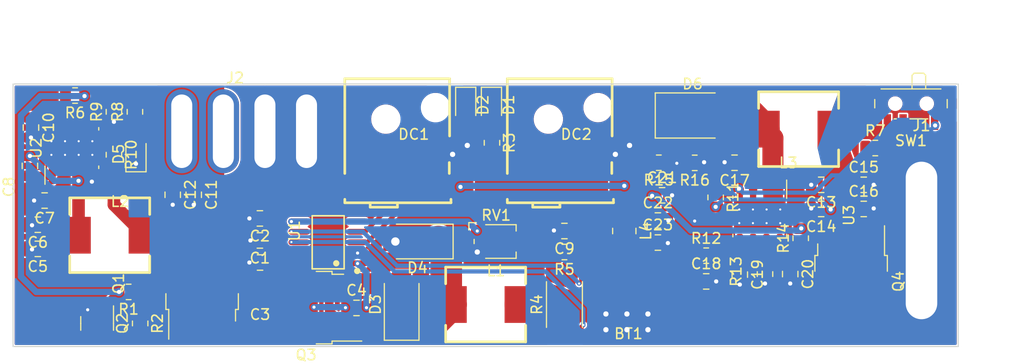
<source format=kicad_pcb>
(kicad_pcb (version 20211014) (generator pcbnew)
  (layers (0 "F.Cu" signal) (31 "B.Cu" signal) (34 "B.Paste" user) (35 "F.Paste" user) (36 "B.SilkS" user "B.Silkscreen") (37 "F.SilkS" user "F.Silkscreen") (38 "B.Mask" user) (39 "F.Mask" user) (44 "Edge.Cuts" user))
  (net 0 "")
  (net 1 "+12V")
  (net 2 "GND")
  (net 3 "+5V")
  (net 4 "/FB")
  (net 5 "Net-(DC1-Pad4)")
  (net 6 "Net-(D1-Pad1)")
  (net 7 "Net-(BT1-Pad1)")
  (net 8 "Net-(C1-Pad1)")
  (net 9 "Net-(C8-Pad1)")
  (net 10 "Net-(C10-Pad1)")
  (net 11 "Net-(C13-Pad1)")
  (net 12 "Net-(C21-Pad1)")
  (net 13 "Net-(C17-Pad1)")
  (net 14 "Net-(D1-Pad2)")
  (net 15 "Net-(D2-Pad1)")
  (net 16 "Net-(D3-Pad1)")
  (net 17 "Net-(D3-Pad2)")
  (net 18 "Net-(D5-Pad2)")
  (net 19 "Net-(D6-Pad2)")
  (net 20 "Net-(L1-Pad2)")
  (net 21 "Net-(Q1-Pad1)")
  (net 22 "/DRV")
  (net 23 "Net-(Q4-Pad1)")
  (net 24 "Net-(R5-Pad2)")
  (net 25 "Net-(R6-Pad2)")
  (net 26 "/EN")
  (net 27 "Net-(R13-Pad2)")
  (net 28 "Net-(R15-Pad1)")
  (net 31 "Net-(C4-Pad2)")
  (net 32 "Net-(C8-Pad2)")
  (net 33 "Net-(C18-Pad1)")
  (net 34 "Net-(C19-Pad1)")
  (net 35 "Net-(C20-Pad1)")
  (net 36 "Net-(R4-Pad2)")
  (net 37 "Net-(R4-Pad3)")
  (footprint "Diode_SMD:D_SMA" (layer "F.Cu") (at 198.5 122 180)
    (fp_text reference "D4")
    (fp_text value "D_Schottky")
  )
  (footprint "Diode_SMD:D_SMB" (layer "F.Cu") (at 224.7 110)
    (fp_text reference "D6")
    (fp_text value "D_Schottky")
  )
  (footprint "Package_TO_SOT_SMD:SOT-23" (layer "F.Cu") (at 168 129.8 -90)
    (fp_text reference "Q2")
    (fp_text value "2N7002")
  )
  (footprint "Resistor_SMD:R_0805_2012Metric" (layer "F.Cu") (at 235 121.6875 90)
    (fp_text reference "R14")
    (fp_text value "100")
  )
  (footprint "1component:Battery" (layer "F.Cu") (at 218.6 125.7 -90)
    (fp_text reference "BT1")
    (fp_text value "Battery")
  )
  (footprint "1component:SOIC-8-1EP_3.9x4.9mm_P1.27mm_EP2.95x4.9mm_Mask2.71x3.4mm_ThermalVias" (layer "F.Cu") (at 165.595 113.1 90)
    (fp_text reference "U2")
    (fp_text value "FP6188XR-G1")
  )
  (footprint "Resistor_SMD:R_0805_2012Metric" (layer "F.Cu") (at 226 123.35)
    (fp_text reference "R12")
    (fp_text value "100k")
  )
  (footprint "Resistor_SMD:R_0805_2012Metric" (layer "F.Cu") (at 169.6 109.65 90)
    (fp_text reference "R9")
    (fp_text value "10K")
  )
  (footprint "Resistor_SMD:R_0805_2012Metric" (layer "F.Cu") (at 171.6 109.65 90)
    (fp_text reference "R8")
    (fp_text value "46.5K")
  )
  (footprint "Capacitor_SMD:C_0805_2012Metric" (layer "F.Cu") (at 234 125.1 -90)
    (fp_text reference "C20")
    (fp_text value "1u")
  )
  (footprint "Resistor_SMD:R_0805_2012Metric" (layer "F.Cu") (at 172.1 129.8 -90)
    (fp_text reference "R2")
    (fp_text value "10K")
  )
  (footprint "1component:VH3.96 4P SMT" (layer "F.Cu") (at 176.06 111.5)
    (fp_text reference "J2")
    (fp_text value "Conn_01x04")
  )
  (footprint "Capacitor_SMD:C_0805_2012Metric" (layer "F.Cu") (at 163 118.1 180)
    (fp_text reference "C7")
    (fp_text value "0.1u")
  )
  (footprint "Capacitor_SMD:C_0805_2012Metric" (layer "F.Cu") (at 241 116.6)
    (fp_text reference "C15")
    (fp_text value "22u")
  )
  (footprint "1component:SOIC-10_L4.9-W3.9-P1.00-LS6.0-BL" (layer "F.Cu") (at 190 122.075 90)
    (fp_text reference "U1")
    (fp_text value "CN3765")
  )
  (footprint "Resistor_SMD:R_0805_2012Metric" (layer "F.Cu") (at 226.9 117.8 -90)
    (fp_text reference "R11")
    (fp_text value "100k")
  )
  (footprint "1component:DC-IN-TH_KH-DC-044D-2.0STM" (layer "F.Cu") (at 196.575 115)
    (fp_text reference "DC1")
    (fp_text value "KH-DC-044D-2.0STM")
  )
  (footprint "Capacitor_SMD:C_0805_2012Metric" (layer "F.Cu") (at 177.2 117.55 -90)
    (fp_text reference "C11")
    (fp_text value "22u")
  )
  (footprint "Capacitor_SMD:C_0805_2012Metric" (layer "F.Cu") (at 161.7 111.15 -90)
    (fp_text reference "C10")
    (fp_text value "0.1u")
  )
  (footprint "LED_SMD:LED_0805_2012Metric" (layer "F.Cu") (at 205.55 109 -90)
    (fp_text reference "D1")
    (fp_text value "LED")
  )
  (footprint "Capacitor_SMD:C_0805_2012Metric" (layer "F.Cu") (at 212.5 121 180)
    (fp_text reference "C9")
    (fp_text value "10u")
  )
  (footprint "Capacitor_SMD:C_0805_2012Metric" (layer "F.Cu") (at 221.4 122.1)
    (fp_text reference "C23")
    (fp_text value "22u")
  )
  (footprint "1component:IND-SMD_L7.5-W6.6" (layer "F.Cu") (at 169.2 121.4)
    (fp_text reference "L2")
    (fp_text value "15u")
  )
  (footprint "Capacitor_SMD:C_0805_2012Metric" (layer "F.Cu") (at 221.4 120)
    (fp_text reference "C22")
    (fp_text value "22u")
  )
  (footprint "Capacitor_SMD:C_0805_2012Metric" (layer "F.Cu") (at 226 125.8)
    (fp_text reference "C18")
    (fp_text value "10p")
  )
  (footprint "LED_SMD:LED_0805_2012Metric" (layer "F.Cu") (at 171.7 113.675 90)
    (fp_text reference "D5")
    (fp_text value "LED")
  )
  (footprint "Resistor_SMD:R_0805_2012Metric" (layer "F.Cu") (at 221.4875 114.5 180)
    (fp_text reference "R15")
    (fp_text value "200k")
  )
  (footprint "Capacitor_SMD:C_0805_2012Metric" (layer "F.Cu") (at 162.35 120.4 180)
    (fp_text reference "C6")
    (fp_text value "10u")
  )
  (footprint "Capacitor_SMD:C_0805_2012Metric" (layer "F.Cu") (at 162.35 122.7 180)
    (fp_text reference "C5")
    (fp_text value "10u")
  )
  (footprint "Capacitor_SMD:C_0805_2012Metric" (layer "F.Cu") (at 175.2 117.55 -90)
    (fp_text reference "C12")
    (fp_text value "22u")
  )
  (footprint "1component:Potentiometer_Bourns_TC33X_Vertical" (layer "F.Cu") (at 206 122)
    (fp_text reference "RV1")
    (fp_text value "50K")
  )
  (footprint "Button_Switch_SMD:SW_SPDT_PCM12" (layer "F.Cu") (at 245.5 109.2 180)
    (fp_text reference "SW1")
    (fp_text value "SW_SPDT")
  )
  (footprint "Capacitor_SMD:C_0805_2012Metric" (layer "F.Cu") (at 241 118.9)
    (fp_text reference "C16")
    (fp_text value "22u")
  )
  (footprint "Capacitor_SMD:C_0805_2012Metric" (layer "F.Cu") (at 183.515 124 180)
    (fp_text reference "C3")
    (fp_text value "1u")
  )
  (footprint "Capacitor_SMD:C_0805_2012Metric" (layer "F.Cu") (at 236.95 118.9 180)
    (fp_text reference "C14")
    (fp_text value "22u")
  )
  (footprint "Resistor_SMD:R_0805_2012Metric" (layer "F.Cu") (at 205.6 112.6 -90)
    (fp_text reference "R3")
    (fp_text value "1K")
  )
  (footprint "Resistor_SMD:R_0805_2012Metric" (layer "F.Cu") (at 231.6 125.1 90)
    (fp_text reference "R13")
    (fp_text value "51k")
  )
  (footprint "Capacitor_SMD:C_0805_2012Metric" (layer "F.Cu") (at 236.95 116.6 180)
    (fp_text reference "C13")
    (fp_text value "22u")
  )
  (footprint "Package_TO_SOT_SMD:TO-252-2" (layer "F.Cu") (at 187.9 128.3 180)
    (fp_text reference "Q3")
    (fp_text value "AOD417")
  )
  (footprint "Diode_SMD:D_SMA" (layer "F.Cu") (at 197 128 90)
    (fp_text reference "D3")
    (fp_text value "D_Schottky")
  )
  (footprint "Capacitor_SMD:C_0805_2012Metric" (layer "F.Cu") (at 221.8 117.6)
    (fp_text reference "C21")
    (fp_text value "22u")
  )
  (footprint "1component:R_2512_6332Metric" (layer "F.Cu") (at 212.5 128 90)
    (fp_text reference "R4")
    (fp_text value "R_Shunt")
  )
  (footprint "Package_TO_SOT_SMD:TO-252-2" (layer "F.Cu") (at 239.8 125.8 -90)
    (fp_text reference "Q4")
    (fp_text value "HSU60P02")
  )
  (footprint "Capacitor_SMD:C_0805_2012Metric" (layer "F.Cu") (at 183.5 121.9 180)
    (fp_text reference "C1")
    (fp_text value "10u")
  )
  (footprint "1component:GndConnect" (layer "F.Cu") (at 246.5 121.9)
    (fp_text reference "J1")
    (fp_text value "Conn_01x01")
  )
  (footprint "Capacitor_SMD:C_0805_2012Metric" (layer "F.Cu") (at 228.7 114.5 180)
    (fp_text reference "C17")
    (fp_text value "1u")
  )
  (footprint "1component:IND-SMD_L7.5-W6.6" (layer "F.Cu") (at 234.8 111.3 180)
    (fp_text reference "L3")
    (fp_text value "2.2u")
  )
  (footprint "Resistor_SMD:R_0805_2012Metric" (layer "F.Cu") (at 224.9075 114.51 180)
    (fp_text reference "R16")
    (fp_text value "22K")
  )
  (footprint "Resistor_SMD:R_0805_2012Metric" (layer "F.Cu") (at 242.1 113.1)
    (fp_text reference "R7")
    (fp_text value "10K")
  )
  (footprint "Resistor_SMD:R_0805_2012Metric" (layer "F.Cu") (at 212.5 123 180)
    (fp_text reference "R5")
    (fp_text value "100K")
  )
  (footprint "Capacitor_SMD:C_0805_2012Metric" (layer "F.Cu") (at 229.2 125.15 -90)
    (fp_text reference "C19")
    (fp_text value "10p")
  )
  (footprint "LED_SMD:LED_0805_2012Metric" (layer "F.Cu") (at 203.1 109 -90)
    (fp_text reference "D2")
    (fp_text value "LED")
  )
  (footprint "1component:IND-SMD_L7.5-W6.6" (layer "F.Cu") (at 205 128)
    (fp_text reference "L1")
    (fp_text value "15u")
  )
  (footprint "Resistor_SMD:R_0805_2012Metric" (layer "F.Cu") (at 165.9 108.1 180)
    (fp_text reference "R6")
    (fp_text value "100k")
  )
  (footprint "Capacitor_SMD:C_0805_2012Metric" (layer "F.Cu") (at 183.5 119.8 180)
    (fp_text reference "C2")
    (fp_text value "10u")
  )
  (footprint "Package_TO_SOT_SMD:TO-252-2" (layer "F.Cu") (at 178 126 90)
    (fp_text reference "Q1")
    (fp_text value "AOD417")
  )
  (footprint "Capacitor_SMD:C_0805_2012Metric" (layer "F.Cu") (at 192.7 128.325)
    (fp_text reference "C4")
    (fp_text value "0.1u")
  )
  (footprint "Resistor_SMD:R_0805_2012Metric" (layer "F.Cu") (at 171 126.8 180)
    (fp_text reference "R1")
    (fp_text value "10K")
  )
  (footprint "1component:DC-IN-TH_KH-DC-044D-2.0STM" (layer "F.Cu") (at 212.05 115)
    (fp_text reference "DC2")
    (fp_text value "KH-DC-044D-2.0STM")
  )
  (footprint "Resistor_SMD:R_0805_2012Metric" (layer "F.Cu") (at 169.6 113.7375 -90)
    (fp_text reference "R10")
    (fp_text value "1K")
  )
  (footprint "1component:SOIC-8-1EP_3.9x4.9mm_P1.27mm_EP2.95x4.9mm_Mask2.71x3.4mm_ThermalVias" (layer "F.Cu") (at 231.1 119.6 -90)
    (fp_text reference "U3")
    (fp_text value "FP6296XR-G1")
  )
  (footprint "Capacitor_SMD:C_0805_2012Metric" (layer "F.Cu") (at 161.6 114.8 90)
    (fp_text reference "C8")
    (fp_text value "10n")
  )
  (footprint "Inductor_SMD:L_1008_2520Metric" (layer "F.Cu") (at 218.2 121 -90)
    (fp_text reference "L4")
    (fp_text value "1u")
  )
  (gr_line (start 250 107) (end 160 107) (layer "Edge.Cuts") (width 0.1))
  (gr_line (start 160 132) (end 250 132) (layer "Edge.Cuts") (width 0.1))
  (gr_line (start 250 132) (end 250 107) (layer "Edge.Cuts") (width 0.1))
  (gr_line (start 160 107) (end 160 132) (layer "Edge.Cuts") (width 0.1))
  (via (at 218.45 128.9) (size 1) (drill 0.5) (layers "F.Cu" "B.Cu") (net 2))
  (via (at 229.2 126.1) (size 0.8) (drill 0.4) (layers "F.Cu" "B.Cu") (net 2))
  (via (at 175.2 118.5) (size 0.8) (drill 0.4) (layers "F.Cu" "B.Cu") (net 2))
  (via (at 182.5 124) (size 0.8) (drill 0.4) (layers "F.Cu" "B.Cu") (net 2))
  (via (at 226.95 125.8) (size 0.8) (drill 0.4) (layers "F.Cu" "B.Cu") (net 2))
  (via (at 220.45 130.4) (size 1) (drill 0.5) (layers "F.Cu" "B.Cu") (net 2))
  (via (at 236 118.85) (size 0.8) (drill 0.4) (layers "F.Cu" "B.Cu") (net 2))
  (via (at 162 118.1) (size 0.8) (drill 0.4) (layers "F.Cu" "B.Cu") (net 2))
  (via (at 171.7 114.6) (size 0.8) (drill 0.4) (layers "F.Cu" "B.Cu") (net 2))
  (via (at 218.45 130.4) (size 1) (drill 0.5) (layers "F.Cu" "B.Cu") (net 2))
  (via (at 222.75 117.6) (size 0.8) (drill 0.4) (layers "F.Cu" "B.Cu") (net 2))
  (via (at 182.6 121.9) (size 0.8) (drill 0.4) (layers "F.Cu" "B.Cu") (net 2))
  (via (at 222.4 120) (size 0.8) (drill 0.4) (layers "F.Cu" "B.Cu") (net 2))
  (via (at 241.95 118.85) (size 0.8) (drill 0.4) (layers "F.Cu" "B.Cu") (net 2))
  (via (at 231.6 126) (size 0.8) (drill 0.4) (layers "F.Cu" "B.Cu") (net 2))
  (via (at 161.8 120.45) (size 0.8) (drill 0.4) (layers "F.Cu" "B.Cu") (net 2))
  (via (at 196.4 122) (size 1.6) (drill 0.8) (layers "F.Cu" "B.Cu") (net 2))
  (via (at 211.5 120.95) (size 0.8) (drill 0.4) (layers "F.Cu" "B.Cu") (net 2))
  (via (at 161.7 112.1) (size 0.8) (drill 0.4) (layers "F.Cu" "B.Cu") (net 2))
  (via (at 225.8 114.45) (size 0.8) (drill 0.4) (layers "F.Cu" "B.Cu") (net 2))
  (via (at 192.8 123.1) (size 0.6) (drill 0.3) (layers "F.Cu" "B.Cu") (net 2))
  (via (at 167.5 116.3) (size 0.8) (drill 0.4) (layers "F.Cu" "B.Cu") (net 2))
  (via (at 217.35 113.7) (size 1) (drill 0.5) (layers "F.Cu" "B.Cu") (net 2))
  (via (at 169.6 110.6) (size 0.8) (drill 0.4) (layers "F.Cu" "B.Cu") (net 2))
  (via (at 222.35 122.15) (size 0.8) (drill 0.4) (layers "F.Cu" "B.Cu") (net 2))
  (via (at 227.75 114.45) (size 0.8) (drill 0.4) (layers "F.Cu" "B.Cu") (net 2))
  (via (at 182.5 119.8) (size 0.8) (drill 0.4) (layers "F.Cu" "B.Cu") (net 2))
  (via (at 177.2 118.5) (size 0.8) (drill 0.4) (layers "F.Cu" "B.Cu") (net 2))
  (via (at 216.45 130.4) (size 1) (drill 0.5) (layers "F.Cu" "B.Cu") (net 2))
  (via (at 201.85 113.7) (size 1) (drill 0.5) (layers "F.Cu" "B.Cu") (net 2))
  (via (at 204.2 123) (size 1) (drill 0.5) (layers "F.Cu" "B.Cu") (net 2))
  (via (at 167.1 128.5) (size 0.6) (drill 0.3) (layers "F.Cu" "B.Cu") (net 2))
  (via (at 234 126) (size 0.8) (drill 0.4) (layers "F.Cu" "B.Cu") (net 2))
  (via (at 218.7 112.85) (size 1) (drill 0.5) (layers "F.Cu" "B.Cu") (net 2))
  (via (at 216.45 128.9) (size 1) (drill 0.5) (layers "F.Cu" "B.Cu") (net 2))
  (via (at 161.8 122.75) (size 0.8) (drill 0.4) (layers "F.Cu" "B.Cu") (net 2))
  (via (at 203.25 112.85) (size 1) (drill 0.5) (layers "F.Cu" "B.Cu") (net 2))
  (via (at 241.95 116.6) (size 0.8) (drill 0.4) (layers "F.Cu" "B.Cu") (net 2))
  (via (at 236 116.6) (size 0.8) (drill 0.4) (layers "F.Cu" "B.Cu") (net 2))
  (via (at 220.45 128.9) (size 1) (drill 0.5) (layers "F.Cu" "B.Cu") (net 2))
  (segment (start 169.6 118.498) (end 172.502 121.4) (width 1.2) (layer "F.Cu") (net 3))
  (segment (start 169.6 114.65) (end 169.6 118.498) (width 1.2) (layer "F.Cu") (net 3))
  (segment (start 171.6 110.5625) (end 175.1225 110.5625) (width 0.8) (layer "F.Cu") (net 3))
  (segment (start 175.1225 110.5625) (end 176.06 111.5) (width 0.8) (layer "F.Cu") (net 3))
  (segment (start 171.6 108.7375) (end 169.6 108.7375) (width 0.8) (layer "F.Cu") (net 4))
  (segment (start 167.5 110.5375) (end 169.3 108.7375) (width 0.8) (layer "F.Cu") (net 4))
  (segment (start 169.3 108.7375) (end 169.6 108.7375) (width 0.8) (layer "F.Cu") (net 4))
  (segment (start 168.95 128.8625) (end 168.95 127.9375) (width 0.8) (layer "F.Cu") (net 5))
  (segment (start 168.95 127.9375) (end 170.0875 126.8) (width 0.8) (layer "F.Cu") (net 5))
  (via (at 166.8 108.15) (size 0.8) (drill 0.4) (layers "F.Cu" "B.Cu") (net 5))
  (via (at 202.6 116.8) (size 0.8) (drill 0.4) (layers "F.Cu" "B.Cu") (net 5))
  (via (at 170.0875 126.8) (size 0.8) (drill 0.4) (layers "F.Cu" "B.Cu") (net 5))
  (via (at 218.2 116.7) (size 0.8) (drill 0.4) (layers "F.Cu" "B.Cu") (net 5))
  (segment (start 202.7 116.7) (end 218.2 116.7) (width 0.6) (layer "B.Cu") (net 5))
  (segment (start 202.6 116.8) (end 202.7 116.7) (width 0.6) (layer "B.Cu") (net 5))
  (segment (start 162.6 108.15) (end 160.750489 109.999511) (width 0.6) (layer "B.Cu") (net 5))
  (segment (start 166.8 108.15) (end 162.6 108.15) (width 0.6) (layer "B.Cu") (net 5))
  (segment (start 162.2 126.8) (end 170.0875 126.8) (width 0.6) (layer "B.Cu") (net 5))
  (segment (start 160.750489 125.350489) (end 162.2 126.8) (width 0.6) (layer "B.Cu") (net 5))
  (segment (start 160.750489 109.999511) (end 160.750489 125.350489) (width 0.6) (layer "B.Cu") (net 5))
  (segment (start 204.71298 108.89952) (end 202.30048 108.89952) (width 0.4) (layer "F.Cu") (net 6))
  (segment (start 201.824521 109.375479) (end 201.824521 111.025479) (width 0.4) (layer "F.Cu") (net 6))
  (segment (start 202.30048 108.89952) (end 201.824521 109.375479) (width 0.4) (layer "F.Cu") (net 6))
  (segment (start 201.824521 111.025479) (end 198.05 114.8) (width 0.4) (layer "F.Cu") (net 6))
  (segment (start 205.55 108.0625) (end 204.71298 108.89952) (width 0.4) (layer "F.Cu") (net 6))
  (segment (start 198.05 117.74548) (end 193.72048 122.075) (width 0.4) (layer "F.Cu") (net 6))
  (segment (start 198.05 114.8) (end 198.05 117.74548) (width 0.4) (layer "F.Cu") (net 6))
  (segment (start 193.72048 122.075) (end 192.766 122.075) (width 0.4) (layer "F.Cu") (net 6))
  (segment (start 239.45048 128.24952) (end 239.8 127.9) (width 3) (layer "F.Cu") (net 7))
  (segment (start 224.088194 128.24952) (end 239.45048 128.24952) (width 3) (layer "F.Cu") (net 7))
  (segment (start 213.45 122.9625) (end 213.4125 123) (width 0.8) (layer "F.Cu") (net 7))
  (segment (start 218.6 125.7) (end 221.538674 125.7) (width 3) (layer "F.Cu") (net 7))
  (segment (start 221.538674 125.7) (end 224.088194 128.24952) (width 3) (layer "F.Cu") (net 7))
  (segment (start 187.234 123.075) (end 185.39 123.075) (width 0.8) (layer "F.Cu") (net 8))
  (segment (start 185.39 123.075) (end 184.465 124) (width 0.8) (layer "F.Cu") (net 8))
  (via (at 191.65 128.3) (size 0.6) (drill 0.3) (layers "F.Cu" "B.Cu") (net 8))
  (via (at 188.65 128.25) (size 0.6) (drill 0.3) (layers "F.Cu" "B.Cu") (net 8))
  (segment (start 191.6 128.25) (end 191.65 128.3) (width 0.6) (layer "B.Cu") (net 8))
  (segment (start 188.65 128.25) (end 191.6 128.25) (width 0.6) (layer "B.Cu") (net 8))
  (segment (start 161.6 115.75) (end 163.6025 115.75) (width 0.8) (layer "F.Cu") (net 9))
  (segment (start 163.6025 115.75) (end 163.69 115.6625) (width 0.8) (layer "F.Cu") (net 9))
  (segment (start 161.7 110.2) (end 163.3525 110.2) (width 0.8) (layer "F.Cu") (net 10))
  (segment (start 163.3525 110.2) (end 163.69 110.5375) (width 0.8) (layer "F.Cu") (net 10))
  (via (at 226.9 118.7) (size 0.8) (drill 0.4) (layers "F.Cu" "B.Cu") (net 11))
  (via (at 237.85 118.95) (size 0.8) (drill 0.4) (layers "F.Cu" "B.Cu") (net 11))
  (segment (start 237.85 118.95) (end 236.900489 118.000489) (width 0.4) (layer "B.Cu") (net 11))
  (segment (start 236.900489 118.000489) (end 227.599511 118.000489) (width 0.4) (layer "B.Cu") (net 11))
  (segment (start 227.599511 118.000489) (end 226.9 118.7) (width 0.4) (layer "B.Cu") (net 11))
  (via (at 235.05 120.75) (size 0.8) (drill 0.4) (layers "F.Cu" "B.Cu") (net 12))
  (via (at 220.85 117.65) (size 0.8) (drill 0.4) (layers "F.Cu" "B.Cu") (net 12))
  (segment (start 220.85 117.65) (end 221.251391 117.65) (width 0.6) (layer "B.Cu") (net 12))
  (segment (start 221.251391 117.65) (end 224.550902 120.949511) (width 0.6) (layer "B.Cu") (net 12))
  (segment (start 234.850489 120.949511) (end 235.05 120.75) (width 0.6) (layer "B.Cu") (net 12))
  (segment (start 224.550902 120.949511) (end 234.850489 120.949511) (width 0.6) (layer "B.Cu") (net 12))
  (segment (start 229.65 114.5) (end 230.465 115.315) (width 0.8) (layer "F.Cu") (net 13))
  (segment (start 230.465 115.315) (end 230.465 117.0375) (width 0.8) (layer "F.Cu") (net 13))
  (segment (start 205.55 111.6375) (end 205.6 111.6875) (width 0.8) (layer "F.Cu") (net 14))
  (segment (start 203.85 109.9375) (end 205.6 111.6875) (width 0.8) (layer "F.Cu") (net 14))
  (segment (start 203.1 109.9375) (end 205.55 109.9375) (width 0.8) (layer "F.Cu") (net 14))
  (segment (start 203.1 109.9375) (end 203.85 109.9375) (width 0.8) (layer "F.Cu") (net 14))
  (segment (start 205.55 109.9375) (end 205.55 111.6375) (width 0.8) (layer "F.Cu") (net 14))
  (segment (start 197.25 109.95) (end 197.25 117.3265) (width 0.4) (layer "F.Cu") (net 15))
  (segment (start 199.549521 107.650479) (end 197.25 109.95) (width 0.4) (layer "F.Cu") (net 15))
  (segment (start 193.5015 121.075) (end 192.766 121.075) (width 0.4) (layer "F.Cu") (net 15))
  (segment (start 203.1 108.0625) (end 202.687979 107.650479) (width 0.4) (layer "F.Cu") (net 15))
  (segment (start 202.687979 107.650479) (end 199.549521 107.650479) (width 0.4) (layer "F.Cu") (net 15))
  (segment (start 197.25 117.3265) (end 193.5015 121.075) (width 0.4) (layer "F.Cu") (net 15))
  (segment (start 197 130) (end 199.698 130) (width 3) (layer "F.Cu") (net 16))
  (segment (start 201.25 122.75) (end 201.25 127.552) (width 3) (layer "F.Cu") (net 16))
  (segment (start 200.5 122) (end 201.25 122.75) (width 3) (layer "F.Cu") (net 16))
  (segment (start 199.698 130) (end 201.698 128) (width 3) (layer "F.Cu") (net 16))
  (segment (start 201.25 127.552) (end 201.698 128) (width 3) (layer "F.Cu") (net 16))
  (segment (start 192.1 126.02) (end 196.98 126.02) (width 2) (layer "F.Cu") (net 17))
  (segment (start 196.98 126.02) (end 197 126) (width 2) (layer "F.Cu") (net 17))
  (segment (start 169.6 112.825) (end 171.6125 112.825) (width 0.8) (layer "F.Cu") (net 18))
  (segment (start 171.6125 112.825) (end 171.7 112.7375) (width 0.8) (layer "F.Cu") (net 18))
  (segment (start 230.198 110) (end 231.498 111.3) (width 3) (layer "F.Cu") (net 19))
  (segment (start 226.85 110) (end 230.198 110) (width 3) (layer "F.Cu") (net 19))
  (segment (start 231.797011 116.975489) (end 231.735 117.0375) (width 0.3) (layer "F.Cu") (net 19))
  (segment (start 232.942989 116.975489) (end 233.005 117.0375) (width 0.3) (layer "F.Cu") (net 19))
  (segment (start 231.498 111.3) (end 232.35 112.152) (width 2) (layer "F.Cu") (net 19))
  (segment (start 232.35 116.975489) (end 232.942989 116.975489) (width 0.3) (layer "F.Cu") (net 19))
  (segment (start 232.35 112.152) (end 232.35 116.975489) (width 2) (layer "F.Cu") (net 19))
  (segment (start 232.35 116.975489) (end 231.797011 116.975489) (width 0.3) (layer "F.Cu") (net 19))
  (segment (start 212.25 130.25) (end 212.2975 130.2975) (width 0.8) (layer "F.Cu") (net 20))
  (segment (start 210 128) (end 208.302 128) (width 3) (layer "F.Cu") (net 20))
  (segment (start 212.25 130.25) (end 210 128) (width 3) (layer "F.Cu") (net 20))
  (segment (start 212.2975 130.2975) (end 212.2975 130.9625) (width 0.8) (layer "F.Cu") (net 20))
  (segment (start 175.2075 130.7125) (end 175.72 130.2) (width 1.2) (layer "F.Cu") (net 21))
  (segment (start 172.1 130.7125) (end 175.2075 130.7125) (width 1.2) (layer "F.Cu") (net 21))
  (segment (start 168 130.7375) (end 172.075 130.7375) (width 1.2) (layer "F.Cu") (net 21))
  (segment (start 172.075 130.7375) (end 172.1 130.7125) (width 1.2) (layer "F.Cu") (net 21))
  (segment (start 190.1 125.1255) (end 190.1 128.58) (width 0.8) (layer "F.Cu") (net 22))
  (segment (start 190.1 128.58) (end 192.1 130.58) (width 0.8) (layer "F.Cu") (net 22))
  (segment (start 189.0495 124.075) (end 190.1 125.1255) (width 0.8) (layer "F.Cu") (net 22))
  (segment (start 187.234 124.075) (end 189.0495 124.075) (width 0.8) (layer "F.Cu") (net 22))
  (segment (start 242.08 121.6) (end 243.15 120.53) (width 0.6) (layer "F.Cu") (net 23))
  (segment (start 243.25 110.63) (end 243.25 112.8625) (width 0.6) (layer "F.Cu") (net 23))
  (segment (start 243.15 113.2375) (end 243.0125 113.1) (width 0.6) (layer "F.Cu") (net 23))
  (segment (start 243.25 112.8625) (end 243.0125 113.1) (width 0.6) (layer "F.Cu") (net 23))
  (segment (start 243.15 120.53) (end 243.15 113.2375) (width 0.6) (layer "F.Cu") (net 23))
  (segment (start 208.6 122) (end 209.6 123) (width 0.8) (layer "F.Cu") (net 24))
  (segment (start 204.2 121) (end 206.45 121) (width 0.8) (layer "F.Cu") (net 24))
  (segment (start 209.6 123) (end 211.5875 123) (width 0.8) (layer "F.Cu") (net 24))
  (segment (start 206.45 121) (end 207.45 122) (width 0.8) (layer "F.Cu") (net 24))
  (segment (start 207.45 122) (end 208.6 122) (width 0.8) (layer "F.Cu") (net 24))
  (via (at 186.5 120.1) (size 0.6) (drill 0.3) (layers "F.Cu" "B.Cu") (net 24))
  (via (at 204.2 121) (size 0.6) (drill 0.3) (layers "F.Cu" "B.Cu") (net 24))
  (segment (start 203.3 120.1) (end 186.5 120.1) (width 0.6) (layer "B.Cu") (net 24))
  (segment (start 204.2 121) (end 203.3 120.1) (width 0.6) (layer "B.Cu") (net 24))
  (segment (start 164.9875 108.1) (end 164.9875 110.51) (width 0.8) (layer "F.Cu") (net 25))
  (segment (start 164.9875 110.51) (end 164.96 110.5375) (width 0.8) (layer "F.Cu") (net 25))
  (segment (start 229.12875 116.97125) (end 229.195 117.0375) (width 0.8) (layer "F.Cu") (net 26))
  (segment (start 229.045 116.8875) (end 229.12875 116.97125) (width 0.8) (layer "F.Cu") (net 26))
  (segment (start 226.9 116.8875) (end 229.045 116.8875) (width 0.8) (layer "F.Cu") (net 26))
  (via (at 247.8 110.95) (size 0.8) (drill 0.4) (layers "F.Cu" "B.Cu") (net 26))
  (via (at 229.12875 116.97125) (size 0.8) (drill 0.4) (layers "F.Cu" "B.Cu") (net 26))
  (segment (start 245.319691 112.55048) (end 242.170171 115.7) (width 0.4) (layer "B.Cu") (net 26))
  (segment (start 247.8 110.95) (end 246.19952 112.55048) (width 0.4) (layer "B.Cu") (net 26))
  (segment (start 242.170171 115.7) (end 237.95997 115.7) (width 0.4) (layer "B.Cu") (net 26))
  (segment (start 229.507011 117.349511) (end 229.12875 116.97125) (width 0.4) (layer "B.Cu") (net 26))
  (segment (start 237.95997 115.7) (end 236.310459 117.349511) (width 0.4) (layer "B.Cu") (net 26))
  (segment (start 236.310459 117.349511) (end 229.507011 117.349511) (width 0.4) (layer "B.Cu") (net 26))
  (segment (start 246.19952 112.55048) (end 245.319691 112.55048) (width 0.4) (layer "B.Cu") (net 26))
  (segment (start 231.735 124.0525) (end 231.6 124.1875) (width 0.8) (layer "F.Cu") (net 27))
  (segment (start 231.735 122.1625) (end 231.735 124.0525) (width 0.8) (layer "F.Cu") (net 27))
  (segment (start 223.985 114.5) (end 223.995 114.51) (width 0.8) (layer "F.Cu") (net 28))
  (segment (start 229.195 122.1625) (end 227.0125 122.1625) (width 0.6) (layer "F.Cu") (net 28))
  (segment (start 222.4 114.5) (end 223.985 114.5) (width 0.8) (layer "F.Cu") (net 28))
  (segment (start 227.0125 122.1625) (end 224.9 120.05) (width 0.6) (layer "F.Cu") (net 28))
  (via (at 224.9 120.05) (size 0.6) (drill 0.3) (layers "F.Cu" "B.Cu") (net 28))
  (via (at 223.2 114.55) (size 0.6) (drill 0.3) (layers "F.Cu" "B.Cu") (net 28))
  (segment (start 223.2 115.05) (end 223.2 114.55) (width 0.6) (layer "B.Cu") (net 28))
  (segment (start 224.9 116.75) (end 223.95 115.8) (width 0.6) (layer "B.Cu") (net 28))
  (segment (start 223.95 115.8) (end 223.2 115.05) (width 0.6) (layer "B.Cu") (net 28))
  (segment (start 224.9 120.05) (end 224.9 116.75) (width 0.6) (layer "B.Cu") (net 28))
  (via (at 193.65 128.3) (size 0.6) (drill 0.3) (layers "F.Cu" "B.Cu") (net 31))
  (via (at 192.8 124.1) (size 0.6) (drill 0.3) (layers "F.Cu" "B.Cu") (net 31))
  (segment (start 193.65 128.3) (end 193.65 124.95) (width 0.6) (layer "B.Cu") (net 31))
  (segment (start 193.65 124.95) (end 192.8 124.1) (width 0.6) (layer "B.Cu") (net 31))
  (segment (start 166.23 121.068) (end 165.898 121.4) (width 1.2) (layer "F.Cu") (net 32))
  (segment (start 166.23 115.6625) (end 166.23 116.22) (width 1.2) (layer "F.Cu") (net 32))
  (segment (start 166.23 116.22) (end 166.23 121.068) (width 1.2) (layer "F.Cu") (net 32))
  (via (at 166.23 116.22) (size 0.8) (drill 0.4) (layers "F.Cu" "B.Cu") (net 32))
  (via (at 161.6 113.85) (size 0.8) (drill 0.4) (layers "F.Cu" "B.Cu") (net 32))
  (segment (start 163.97 116.22) (end 166.23 116.22) (width 0.6) (layer "B.Cu") (net 32))
  (segment (start 161.6 113.85) (end 163.97 116.22) (width 0.6) (layer "B.Cu") (net 32))
  (segment (start 225.0875 125.7625) (end 225.05 125.8) (width 0.8) (layer "F.Cu") (net 33))
  (segment (start 225.0875 123.35) (end 225.0875 125.7625) (width 0.8) (layer "F.Cu") (net 33))
  (segment (start 226.9125 123.35) (end 226.9125 123.6625) (width 0.8) (layer "F.Cu") (net 34))
  (segment (start 226.9125 123.6625) (end 227.45 124.2) (width 0.8) (layer "F.Cu") (net 34))
  (segment (start 227.45 124.2) (end 229.2 124.2) (width 0.8) (layer "F.Cu") (net 34))
  (segment (start 230.465 122.935) (end 229.2 124.2) (width 0.8) (layer "F.Cu") (net 34))
  (segment (start 230.465 122.1625) (end 230.465 122.935) (width 0.8) (layer "F.Cu") (net 34))
  (segment (start 235 122.6) (end 234.5 123.1) (width 0.8) (layer "F.Cu") (net 35))
  (segment (start 233.005 123.155) (end 234 124.15) (width 0.8) (layer "F.Cu") (net 35))
  (segment (start 234.5 123.1) (end 233.6 123.1) (width 0.8) (layer "F.Cu") (net 35))
  (segment (start 234 123.5) (end 233.6 123.1) (width 0.8) (layer "F.Cu") (net 35))
  (segment (start 234 124.15) (end 234 123.5) (width 0.8) (layer "F.Cu") (net 35))
  (segment (start 233.005 122.1625) (end 233.005 123.155) (width 0.8) (layer "F.Cu") (net 35))
  (segment (start 233.4425 122.6) (end 233.005 122.1625) (width 0.8) (layer "F.Cu") (net 35))
  (segment (start 235 122.6) (end 233.4425 122.6) (width 0.8) (layer "F.Cu") (net 35))
  (segment (start 214.11952 130.13048) (end 214.11952 130.9625) (width 0.4) (layer "F.Cu") (net 36))
  (segment (start 214.3 129.95) (end 214.11952 130.13048) (width 0.4) (layer "F.Cu") (net 36))
  (via (at 186.5 122.05) (size 0.4) (drill 0.2) (layers "F.Cu" "B.Cu") (net 36))
  (via (at 214.3 129.95) (size 0.4) (drill 0.2) (layers "F.Cu" "B.Cu") (net 36))
  (segment (start 214.3 128.45) (end 210.699519 124.849519) (width 0.4) (layer "B.Cu") (net 36))
  (segment (start 214.3 129.95) (end 214.3 128.45) (width 0.4) (layer "B.Cu") (net 36))
  (segment (start 210.699519 124.849519) (end 196.322381 124.849519) (width 0.4) (layer "B.Cu") (net 36))
  (segment (start 193.522862 122.05) (end 186.5 122.05) (width 0.4) (layer "B.Cu") (net 36))
  (segment (start 196.322381 124.849519) (end 193.522862 122.05) (width 0.4) (layer "B.Cu") (net 36))
  (segment (start 214.11952 125.78048) (end 214.11952 125.047) (width 0.4) (layer "F.Cu") (net 37))
  (segment (start 213.9 126) (end 214.11952 125.78048) (width 0.4) (layer "F.Cu") (net 37))
  (via (at 186.5 121.05) (size 0.4) (drill 0.2) (layers "F.Cu" "B.Cu") (net 37))
  (via (at 213.9 126) (size 0.4) (drill 0.2) (layers "F.Cu" "B.Cu") (net 37))
  (segment (start 193.3 121.05) (end 186.5 121.05) (width 0.4) (layer "B.Cu") (net 37))
  (segment (start 213.9 126) (end 212.2 124.3) (width 0.4) (layer "B.Cu") (net 37))
  (segment (start 212.2 124.3) (end 196.55 124.3) (width 0.4) (layer "B.Cu") (net 37))
  (segment (start 196.55 124.3) (end 193.3 121.05) (width 0.4) (layer "B.Cu") (net 37))
  (zone (net 12) (net_name "Net-(C21-Pad1)") (layer "F.Cu") (priority 1) (connect_pads yes (clearance 0.15)) (min_thickness 0.2) (fill yes (thermal_gap 0.508) (thermal_bridge_width 0.508))
    (polygon (pts (xy 223.9 111.2) (xy 221.4 113.55) (xy 221.4 115.35) (xy 221.75 116.65) (xy 221.75 118.35) (xy 221.35 119.05) (xy 221.35 120.7) (xy 216.85 120.7) (xy 216.85 119.1) (xy 219.95 117.8) (xy 219.95 113.55) (xy 221.2 111.3) (xy 221.2 108.75) (xy 223.9 108.75)))
  )
  (zone (net 11) (net_name "Net-(C13-Pad1)") (layer "F.Cu") (priority 1) (connect_pads yes (clearance 0.15)) (min_thickness 0.2) (fill yes (thermal_gap 0.508) (thermal_bridge_width 0.508))
    (polygon (pts (xy 239.6 113.05) (xy 240.65 115.9) (xy 240.65 119.65) (xy 238.15 122.7) (xy 236.9 122.7) (xy 236.9 120.5) (xy 237.25 119.5) (xy 237.25 115.65) (xy 236.6 113.05) (xy 236.6 109.55) (xy 239.6 109.55)))
  )
  (zone (net 0) (net_name "") (layers F&B.Cu) (connect_pads yes (clearance 0)) (min_thickness 0.254)
    (keepout (tracks allowed) (vias allowed) (pads allowed) (copperpour not_allowed) (footprints allowed))
    (fill (thermal_gap 0.508) (thermal_bridge_width 0.508))
    (polygon (pts (xy 208.8 131.5) (xy 201.2 131.5) (xy 201.2 124.5) (xy 208.8 124.5)))
  )
  (zone (net 7) (net_name "Net-(BT1-Pad1)") (layer "F.Cu") (priority 1) (connect_pads yes (clearance 0.15)) (min_thickness 0.2) (fill yes (thermal_gap 0.508) (thermal_bridge_width 0.508))
    (polygon (pts (xy 215.95 124.05) (xy 221.4 124.05) (xy 221.4 127.5) (xy 216 127.5) (xy 210.75 125.7) (xy 210.75 124.3) (xy 212.15 124.3) (xy 212.85 123.4) (xy 212.85 120.05) (xy 214.15 120.05)))
  )
  (zone (net 1) (net_name "+12V") (layer "F.Cu") (connect_pads yes (clearance 0.15)) (min_thickness 0.2) (fill yes (thermal_gap 0.508) (thermal_bridge_width 0.508))
    (polygon (pts (xy 250 132) (xy 160 132) (xy 160 107) (xy 250 107)))
  )
  (zone (net 3) (net_name "+5V") (layer "F.Cu") (priority 1) (connect_pads yes (clearance 0.15)) (min_thickness 0.2) (fill yes (thermal_gap 0.508) (thermal_bridge_width 0.508))
    (polygon (pts (xy 180.1 115.8) (xy 178.2 119.2) (xy 174.4 119.3) (xy 174.4 123.3) (xy 170.7 123.3) (xy 170.7 115.6) (xy 173.7 115.6) (xy 173.7 107) (xy 180.1 107)))
  )
  (zone (net 0) (net_name "") (layers F&B.Cu) (connect_pads yes (clearance 0)) (min_thickness 0.254)
    (keepout (tracks allowed) (vias allowed) (pads allowed) (copperpour not_allowed) (footprints allowed))
    (fill (thermal_gap 0.508) (thermal_bridge_width 0.508))
    (polygon (pts (xy 173 124.9) (xy 165.4 124.9) (xy 165.4 117.9) (xy 171 117.9) (xy 171 119.7) (xy 173 119.7)))
  )
  (zone (net 0) (net_name "") (layers F&B.Cu) (connect_pads yes (clearance 0)) (min_thickness 0.254)
    (keepout (tracks allowed) (vias allowed) (pads allowed) (copperpour not_allowed) (footprints allowed))
    (fill (thermal_gap 0.508) (thermal_bridge_width 0.508))
    (polygon (pts (xy 236.6 113.1) (xy 237 114.8) (xy 231 114.8) (xy 231 107.8) (xy 238.6 107.8)))
  )
  (zone (net 8) (net_name "Net-(C1-Pad1)") (layer "F.Cu") (priority 1) (connect_pads yes (clearance 0.15)) (min_thickness 0.2) (fill yes (thermal_gap 0.508) (thermal_bridge_width 0.508))
    (polygon (pts (xy 185 124.7) (xy 189 125.4) (xy 189 131.3) (xy 179.7 131.3) (xy 179.7 129.1) (xy 181 127.2) (xy 181 120.6) (xy 181.8 118.8) (xy 185 118.8)))
  )
  (zone (net 2) (net_name "GND") (layer "B.Cu") (connect_pads yes (clearance 0.15)) (min_thickness 0.2) (fill yes (thermal_gap 0.508) (thermal_bridge_width 0.508))
    (polygon (pts (xy 250 132) (xy 160 132) (xy 160 107) (xy 250 107)))
  )
)
</source>
